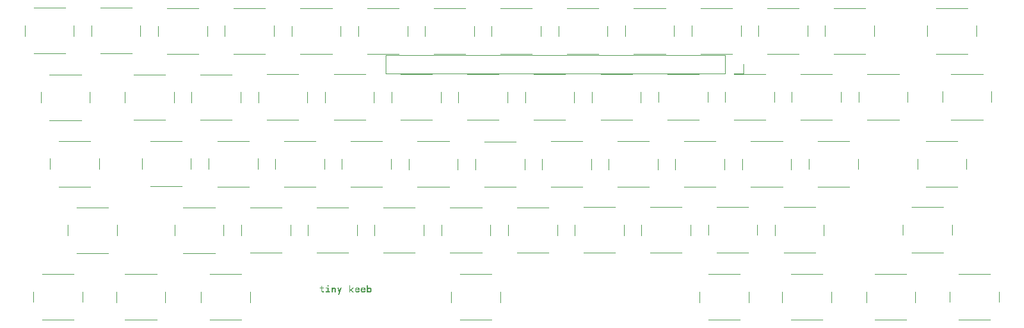
<source format=gbr>
%TF.GenerationSoftware,KiCad,Pcbnew,7.0.9*%
%TF.CreationDate,2024-12-03T23:44:49-05:00*%
%TF.ProjectId,tiny-keeb,74696e79-2d6b-4656-9562-2e6b69636164,rev?*%
%TF.SameCoordinates,Original*%
%TF.FileFunction,Legend,Top*%
%TF.FilePolarity,Positive*%
%FSLAX46Y46*%
G04 Gerber Fmt 4.6, Leading zero omitted, Abs format (unit mm)*
G04 Created by KiCad (PCBNEW 7.0.9) date 2024-12-03 23:44:49*
%MOMM*%
%LPD*%
G01*
G04 APERTURE LIST*
%ADD10C,0.200000*%
%ADD11C,0.120000*%
G04 APERTURE END LIST*
D10*
G36*
X65610625Y-92032000D02*
G01*
X65765475Y-92032000D01*
X65765475Y-91876417D01*
X65610625Y-91876417D01*
X65599595Y-91875897D01*
X65588973Y-91874367D01*
X65578802Y-91871870D01*
X65569123Y-91868448D01*
X65559977Y-91864145D01*
X65551407Y-91859003D01*
X65543454Y-91853065D01*
X65536161Y-91846375D01*
X65529569Y-91838975D01*
X65523721Y-91830907D01*
X65518657Y-91822216D01*
X65514420Y-91812944D01*
X65511051Y-91803134D01*
X65508594Y-91792829D01*
X65507088Y-91782071D01*
X65506577Y-91770904D01*
X65506577Y-91453144D01*
X65765475Y-91453144D01*
X65765475Y-91297317D01*
X65506577Y-91297317D01*
X65506577Y-91115356D01*
X65350995Y-91115356D01*
X65350995Y-91297317D01*
X65133863Y-91297317D01*
X65133863Y-91453144D01*
X65350995Y-91453144D01*
X65350995Y-91770904D01*
X65351333Y-91784374D01*
X65352338Y-91797664D01*
X65353992Y-91810757D01*
X65356280Y-91823636D01*
X65359185Y-91836287D01*
X65362690Y-91848692D01*
X65366778Y-91860835D01*
X65371435Y-91872700D01*
X65376642Y-91884271D01*
X65382384Y-91895532D01*
X65388643Y-91906466D01*
X65395405Y-91917057D01*
X65402651Y-91927290D01*
X65410367Y-91937148D01*
X65418534Y-91946615D01*
X65427137Y-91955674D01*
X65436160Y-91964309D01*
X65445585Y-91972505D01*
X65455397Y-91980244D01*
X65465579Y-91987512D01*
X65476114Y-91994291D01*
X65486986Y-92000566D01*
X65498179Y-92006320D01*
X65509676Y-92011537D01*
X65521461Y-92016200D01*
X65533517Y-92020295D01*
X65545827Y-92023804D01*
X65558376Y-92026711D01*
X65571147Y-92029000D01*
X65584123Y-92030656D01*
X65597287Y-92031661D01*
X65610625Y-92032000D01*
G37*
G36*
X66359718Y-91876417D02*
G01*
X66359718Y-91297317D01*
X65973081Y-91297317D01*
X65973081Y-91453144D01*
X66204135Y-91453144D01*
X66204135Y-91876417D01*
X65973081Y-91876417D01*
X65973081Y-92032000D01*
X66604693Y-92032000D01*
X66604693Y-91876417D01*
X66359718Y-91876417D01*
G37*
G36*
X66190213Y-91187408D02*
G01*
X66359718Y-91187408D01*
X66359718Y-91031581D01*
X66190213Y-91031581D01*
X66190213Y-91187408D01*
G37*
G36*
X66812300Y-91297317D02*
G01*
X66812300Y-92032000D01*
X66967882Y-92032000D01*
X66967882Y-91558168D01*
X67122244Y-91453144D01*
X67184281Y-91453144D01*
X67195070Y-91453677D01*
X67205512Y-91455242D01*
X67215560Y-91457792D01*
X67225165Y-91461276D01*
X67234280Y-91465647D01*
X67242855Y-91470854D01*
X67250843Y-91476849D01*
X67258195Y-91483583D01*
X67264863Y-91491006D01*
X67270799Y-91499071D01*
X67275954Y-91507727D01*
X67280280Y-91516926D01*
X67283729Y-91526618D01*
X67286252Y-91536756D01*
X67287802Y-91547289D01*
X67288329Y-91558168D01*
X67288329Y-92032000D01*
X67443912Y-92032000D01*
X67443912Y-91558168D01*
X67443569Y-91544742D01*
X67442552Y-91531491D01*
X67440879Y-91518434D01*
X67438566Y-91505587D01*
X67435631Y-91492965D01*
X67432091Y-91480585D01*
X67427963Y-91468463D01*
X67423265Y-91456617D01*
X67418014Y-91445062D01*
X67412227Y-91433814D01*
X67405922Y-91422890D01*
X67399115Y-91412307D01*
X67391824Y-91402080D01*
X67384066Y-91392226D01*
X67375859Y-91382762D01*
X67367219Y-91373704D01*
X67358165Y-91365068D01*
X67348712Y-91356870D01*
X67338879Y-91349127D01*
X67328683Y-91341856D01*
X67318141Y-91335072D01*
X67307270Y-91328793D01*
X67296088Y-91323033D01*
X67284612Y-91317811D01*
X67272858Y-91313141D01*
X67260845Y-91309041D01*
X67248590Y-91305527D01*
X67236110Y-91302615D01*
X67223421Y-91300322D01*
X67210542Y-91298663D01*
X67197490Y-91297656D01*
X67184281Y-91297317D01*
X67073884Y-91297317D01*
X66967882Y-91369124D01*
X66967882Y-91297317D01*
X66812300Y-91297317D01*
G37*
G36*
X67911148Y-92328999D02*
G01*
X68286549Y-91297317D01*
X68120220Y-91297317D01*
X67960729Y-91734512D01*
X67813451Y-91297317D01*
X67648343Y-91297317D01*
X67876466Y-91968496D01*
X67744819Y-92328999D01*
X67911148Y-92328999D01*
G37*
G36*
X69485538Y-92032000D02*
G01*
X69485538Y-91750143D01*
X69603751Y-91750143D01*
X69784491Y-92032000D01*
X69967917Y-92032000D01*
X69739062Y-91672230D01*
X69967673Y-91297317D01*
X69784247Y-91297317D01*
X69603507Y-91594316D01*
X69485538Y-91594316D01*
X69485538Y-91015949D01*
X69329955Y-91015949D01*
X69329955Y-92032000D01*
X69485538Y-92032000D01*
G37*
G36*
X70554107Y-91297635D02*
G01*
X70566895Y-91298579D01*
X70579505Y-91300135D01*
X70591921Y-91302287D01*
X70604129Y-91305021D01*
X70616115Y-91308321D01*
X70627862Y-91312174D01*
X70639356Y-91316563D01*
X70650583Y-91321474D01*
X70661527Y-91326892D01*
X70672174Y-91332802D01*
X70682509Y-91339190D01*
X70692517Y-91346040D01*
X70702182Y-91353338D01*
X70711492Y-91361068D01*
X70720429Y-91369216D01*
X70728981Y-91377767D01*
X70737131Y-91386706D01*
X70744865Y-91396018D01*
X70752168Y-91405688D01*
X70759025Y-91415701D01*
X70765421Y-91426043D01*
X70771342Y-91436698D01*
X70776773Y-91447652D01*
X70781699Y-91458890D01*
X70786104Y-91470396D01*
X70789975Y-91482157D01*
X70793296Y-91494156D01*
X70796052Y-91506380D01*
X70798229Y-91518813D01*
X70799812Y-91531440D01*
X70800785Y-91544247D01*
X70800785Y-91703737D01*
X70324756Y-91703737D01*
X70324756Y-91768706D01*
X70325286Y-91779723D01*
X70326843Y-91790392D01*
X70329378Y-91800663D01*
X70332843Y-91810487D01*
X70337187Y-91819812D01*
X70342363Y-91828589D01*
X70348321Y-91836768D01*
X70355012Y-91844299D01*
X70362386Y-91851131D01*
X70370396Y-91857215D01*
X70378992Y-91862500D01*
X70388126Y-91866937D01*
X70397747Y-91870475D01*
X70407807Y-91873064D01*
X70418257Y-91874654D01*
X70429048Y-91875196D01*
X70541155Y-91875196D01*
X70551943Y-91874654D01*
X70562386Y-91873064D01*
X70572434Y-91870475D01*
X70582039Y-91866937D01*
X70591154Y-91862500D01*
X70599729Y-91857215D01*
X70607717Y-91851131D01*
X70615069Y-91844299D01*
X70621737Y-91836768D01*
X70627673Y-91828589D01*
X70632828Y-91819812D01*
X70637154Y-91810487D01*
X70640603Y-91800663D01*
X70643126Y-91790392D01*
X70644675Y-91779723D01*
X70645203Y-91768706D01*
X70645203Y-91746724D01*
X70800785Y-91746724D01*
X70800785Y-91768706D01*
X70800447Y-91782118D01*
X70799442Y-91795370D01*
X70797787Y-91808444D01*
X70795500Y-91821322D01*
X70792595Y-91833988D01*
X70789090Y-91846424D01*
X70785001Y-91858612D01*
X70780345Y-91870536D01*
X70775138Y-91882177D01*
X70769396Y-91893519D01*
X70763136Y-91904543D01*
X70756375Y-91915233D01*
X70749128Y-91925571D01*
X70741413Y-91935540D01*
X70733246Y-91945122D01*
X70724643Y-91954300D01*
X70715620Y-91963056D01*
X70706195Y-91971374D01*
X70696383Y-91979235D01*
X70686201Y-91986623D01*
X70675666Y-91993520D01*
X70664794Y-91999908D01*
X70653601Y-92005771D01*
X70642104Y-92011090D01*
X70630319Y-92015849D01*
X70618263Y-92020029D01*
X70605953Y-92023614D01*
X70593404Y-92026587D01*
X70580633Y-92028929D01*
X70567657Y-92030623D01*
X70554492Y-92031652D01*
X70541155Y-92032000D01*
X70429048Y-92032000D01*
X70415817Y-92031652D01*
X70402744Y-92030623D01*
X70389845Y-92028929D01*
X70377139Y-92026587D01*
X70364641Y-92023614D01*
X70352370Y-92020029D01*
X70340343Y-92015849D01*
X70328576Y-92011090D01*
X70317087Y-92005771D01*
X70305894Y-91999908D01*
X70295013Y-91993520D01*
X70284461Y-91986623D01*
X70274257Y-91979235D01*
X70264416Y-91971374D01*
X70254957Y-91963056D01*
X70245896Y-91954300D01*
X70237251Y-91945122D01*
X70229039Y-91935540D01*
X70221277Y-91925571D01*
X70213983Y-91915233D01*
X70207173Y-91904543D01*
X70200865Y-91893519D01*
X70195076Y-91882177D01*
X70189823Y-91870536D01*
X70185124Y-91858612D01*
X70180995Y-91846424D01*
X70177455Y-91833988D01*
X70174519Y-91821322D01*
X70172206Y-91808444D01*
X70170533Y-91795370D01*
X70169516Y-91782118D01*
X70169173Y-91768706D01*
X70169173Y-91576242D01*
X70324756Y-91576242D01*
X70645203Y-91576242D01*
X70645203Y-91558657D01*
X70644689Y-91547490D01*
X70643176Y-91536732D01*
X70640707Y-91526427D01*
X70637326Y-91516617D01*
X70633074Y-91507344D01*
X70627995Y-91498653D01*
X70622132Y-91490586D01*
X70615527Y-91483186D01*
X70608224Y-91476495D01*
X70600266Y-91470558D01*
X70591695Y-91465416D01*
X70582554Y-91461112D01*
X70572887Y-91457691D01*
X70562736Y-91455193D01*
X70552145Y-91453663D01*
X70541155Y-91453144D01*
X70429048Y-91453144D01*
X70418055Y-91453677D01*
X70407456Y-91455243D01*
X70397293Y-91457795D01*
X70387610Y-91461284D01*
X70378451Y-91465662D01*
X70369860Y-91470880D01*
X70361879Y-91476890D01*
X70354554Y-91483644D01*
X70347926Y-91491093D01*
X70342041Y-91499190D01*
X70336941Y-91507886D01*
X70332671Y-91517132D01*
X70329274Y-91526880D01*
X70326793Y-91537083D01*
X70325272Y-91547691D01*
X70324756Y-91558657D01*
X70324756Y-91576242D01*
X70169173Y-91576242D01*
X70169173Y-91558657D01*
X70169516Y-91545186D01*
X70170533Y-91531894D01*
X70172206Y-91518798D01*
X70174519Y-91505914D01*
X70177455Y-91493258D01*
X70180995Y-91480847D01*
X70185124Y-91468696D01*
X70189823Y-91456823D01*
X70195076Y-91445243D01*
X70200865Y-91433973D01*
X70207173Y-91423028D01*
X70213983Y-91412426D01*
X70221277Y-91402182D01*
X70229039Y-91392313D01*
X70237251Y-91382836D01*
X70245896Y-91373765D01*
X70254957Y-91365118D01*
X70264416Y-91356911D01*
X70274257Y-91349160D01*
X70284461Y-91341882D01*
X70295013Y-91335092D01*
X70305894Y-91328807D01*
X70317087Y-91323044D01*
X70328576Y-91317818D01*
X70340343Y-91313146D01*
X70352370Y-91309044D01*
X70364641Y-91305529D01*
X70377139Y-91302616D01*
X70389845Y-91300322D01*
X70402744Y-91298663D01*
X70415817Y-91297656D01*
X70429048Y-91297317D01*
X70541155Y-91297317D01*
X70554107Y-91297635D01*
G37*
G36*
X71393325Y-91297635D02*
G01*
X71406114Y-91298579D01*
X71418723Y-91300135D01*
X71431140Y-91302287D01*
X71443348Y-91305021D01*
X71455333Y-91308321D01*
X71467080Y-91312174D01*
X71478574Y-91316563D01*
X71489801Y-91321474D01*
X71500745Y-91326892D01*
X71511392Y-91332802D01*
X71521727Y-91339190D01*
X71531735Y-91346040D01*
X71541401Y-91353338D01*
X71550710Y-91361068D01*
X71559648Y-91369216D01*
X71568199Y-91377767D01*
X71576349Y-91386706D01*
X71584083Y-91396018D01*
X71591386Y-91405688D01*
X71598243Y-91415701D01*
X71604640Y-91426043D01*
X71610561Y-91436698D01*
X71615992Y-91447652D01*
X71620917Y-91458890D01*
X71625323Y-91470396D01*
X71629193Y-91482157D01*
X71632514Y-91494156D01*
X71635271Y-91506380D01*
X71637447Y-91518813D01*
X71639030Y-91531440D01*
X71640004Y-91544247D01*
X71640004Y-91703737D01*
X71163974Y-91703737D01*
X71163974Y-91768706D01*
X71164504Y-91779723D01*
X71166061Y-91790392D01*
X71168597Y-91800663D01*
X71172061Y-91810487D01*
X71176406Y-91819812D01*
X71181581Y-91828589D01*
X71187539Y-91836768D01*
X71194230Y-91844299D01*
X71201605Y-91851131D01*
X71209615Y-91857215D01*
X71218211Y-91862500D01*
X71227344Y-91866937D01*
X71236965Y-91870475D01*
X71247025Y-91873064D01*
X71257475Y-91874654D01*
X71268266Y-91875196D01*
X71380374Y-91875196D01*
X71391162Y-91874654D01*
X71401604Y-91873064D01*
X71411652Y-91870475D01*
X71421258Y-91866937D01*
X71430372Y-91862500D01*
X71438947Y-91857215D01*
X71446935Y-91851131D01*
X71454288Y-91844299D01*
X71460956Y-91836768D01*
X71466891Y-91828589D01*
X71472046Y-91819812D01*
X71476372Y-91810487D01*
X71479821Y-91800663D01*
X71482344Y-91790392D01*
X71483894Y-91779723D01*
X71484421Y-91768706D01*
X71484421Y-91746724D01*
X71640004Y-91746724D01*
X71640004Y-91768706D01*
X71639665Y-91782118D01*
X71638660Y-91795370D01*
X71637006Y-91808444D01*
X71634718Y-91821322D01*
X71631814Y-91833988D01*
X71628309Y-91846424D01*
X71624220Y-91858612D01*
X71619564Y-91870536D01*
X71614356Y-91882177D01*
X71608615Y-91893519D01*
X71602355Y-91904543D01*
X71595593Y-91915233D01*
X71588347Y-91925571D01*
X71580632Y-91935540D01*
X71572464Y-91945122D01*
X71563861Y-91954300D01*
X71554838Y-91963056D01*
X71545413Y-91971374D01*
X71535601Y-91979235D01*
X71525419Y-91986623D01*
X71514884Y-91993520D01*
X71504012Y-91999908D01*
X71492819Y-92005771D01*
X71481322Y-92011090D01*
X71469538Y-92015849D01*
X71457482Y-92020029D01*
X71445171Y-92023614D01*
X71432622Y-92026587D01*
X71419852Y-92028929D01*
X71406876Y-92030623D01*
X71393711Y-92031652D01*
X71380374Y-92032000D01*
X71268266Y-92032000D01*
X71255035Y-92031652D01*
X71241962Y-92030623D01*
X71229064Y-92028929D01*
X71216357Y-92026587D01*
X71203860Y-92023614D01*
X71191589Y-92020029D01*
X71179561Y-92015849D01*
X71167794Y-92011090D01*
X71156306Y-92005771D01*
X71145112Y-91999908D01*
X71134231Y-91993520D01*
X71123680Y-91986623D01*
X71113475Y-91979235D01*
X71103634Y-91971374D01*
X71094175Y-91963056D01*
X71085114Y-91954300D01*
X71076469Y-91945122D01*
X71068257Y-91935540D01*
X71060496Y-91925571D01*
X71053201Y-91915233D01*
X71046391Y-91904543D01*
X71040083Y-91893519D01*
X71034294Y-91882177D01*
X71029042Y-91870536D01*
X71024342Y-91858612D01*
X71020214Y-91846424D01*
X71016673Y-91833988D01*
X71013738Y-91821322D01*
X71011425Y-91808444D01*
X71009751Y-91795370D01*
X71008734Y-91782118D01*
X71008392Y-91768706D01*
X71008392Y-91576242D01*
X71163974Y-91576242D01*
X71484421Y-91576242D01*
X71484421Y-91558657D01*
X71483907Y-91547490D01*
X71482395Y-91536732D01*
X71479926Y-91526427D01*
X71476544Y-91516617D01*
X71472292Y-91507344D01*
X71467213Y-91498653D01*
X71461350Y-91490586D01*
X71454745Y-91483186D01*
X71447443Y-91476495D01*
X71439484Y-91470558D01*
X71430913Y-91465416D01*
X71421773Y-91461112D01*
X71412106Y-91457691D01*
X71401955Y-91455193D01*
X71391363Y-91453663D01*
X71380374Y-91453144D01*
X71268266Y-91453144D01*
X71257274Y-91453677D01*
X71246674Y-91455243D01*
X71236512Y-91457795D01*
X71226829Y-91461284D01*
X71217670Y-91465662D01*
X71209078Y-91470880D01*
X71201098Y-91476890D01*
X71193772Y-91483644D01*
X71187145Y-91491093D01*
X71181259Y-91499190D01*
X71176160Y-91507886D01*
X71171889Y-91517132D01*
X71168492Y-91526880D01*
X71166011Y-91537083D01*
X71164491Y-91547691D01*
X71163974Y-91558657D01*
X71163974Y-91576242D01*
X71008392Y-91576242D01*
X71008392Y-91558657D01*
X71008734Y-91545186D01*
X71009751Y-91531894D01*
X71011425Y-91518798D01*
X71013738Y-91505914D01*
X71016673Y-91493258D01*
X71020214Y-91480847D01*
X71024342Y-91468696D01*
X71029042Y-91456823D01*
X71034294Y-91445243D01*
X71040083Y-91433973D01*
X71046391Y-91423028D01*
X71053201Y-91412426D01*
X71060496Y-91402182D01*
X71068257Y-91392313D01*
X71076469Y-91382836D01*
X71085114Y-91373765D01*
X71094175Y-91365118D01*
X71103634Y-91356911D01*
X71113475Y-91349160D01*
X71123680Y-91341882D01*
X71134231Y-91335092D01*
X71145112Y-91328807D01*
X71156306Y-91323044D01*
X71167794Y-91317818D01*
X71179561Y-91313146D01*
X71191589Y-91309044D01*
X71203860Y-91305529D01*
X71216357Y-91302616D01*
X71229064Y-91300322D01*
X71241962Y-91298663D01*
X71255035Y-91297656D01*
X71268266Y-91297317D01*
X71380374Y-91297317D01*
X71393325Y-91297635D01*
G37*
G36*
X72003193Y-91369124D02*
G01*
X72109194Y-91297317D01*
X72219592Y-91297317D01*
X72232800Y-91297656D01*
X72245853Y-91298663D01*
X72258732Y-91300322D01*
X72271420Y-91302616D01*
X72283901Y-91305529D01*
X72296156Y-91309044D01*
X72308169Y-91313146D01*
X72319922Y-91317818D01*
X72331399Y-91323044D01*
X72342581Y-91328807D01*
X72353452Y-91335092D01*
X72363994Y-91341882D01*
X72374190Y-91349160D01*
X72384023Y-91356911D01*
X72393475Y-91365118D01*
X72402530Y-91373765D01*
X72411169Y-91382836D01*
X72419377Y-91392313D01*
X72427135Y-91402182D01*
X72434425Y-91412426D01*
X72441232Y-91423028D01*
X72447538Y-91433973D01*
X72453325Y-91445243D01*
X72458576Y-91456823D01*
X72463274Y-91468696D01*
X72467401Y-91480847D01*
X72470941Y-91493258D01*
X72473876Y-91505914D01*
X72476189Y-91518798D01*
X72477863Y-91531894D01*
X72478879Y-91545186D01*
X72479222Y-91558657D01*
X72479222Y-91770904D01*
X72478879Y-91784245D01*
X72477863Y-91797423D01*
X72476189Y-91810418D01*
X72473876Y-91823216D01*
X72470941Y-91835798D01*
X72467401Y-91848147D01*
X72463274Y-91860248D01*
X72458576Y-91872081D01*
X72453325Y-91883632D01*
X72447538Y-91894882D01*
X72441232Y-91905815D01*
X72434425Y-91916413D01*
X72427135Y-91926661D01*
X72419377Y-91936539D01*
X72411169Y-91946033D01*
X72402530Y-91955124D01*
X72393475Y-91963796D01*
X72384023Y-91972031D01*
X72374190Y-91979814D01*
X72363994Y-91987126D01*
X72353452Y-91993950D01*
X72342581Y-92000271D01*
X72331399Y-92006070D01*
X72319922Y-92011330D01*
X72308169Y-92016036D01*
X72296156Y-92020169D01*
X72283901Y-92023713D01*
X72271420Y-92026651D01*
X72258732Y-92028965D01*
X72245853Y-92030640D01*
X72232800Y-92031657D01*
X72219592Y-92032000D01*
X72109194Y-92032000D01*
X72003193Y-91960436D01*
X72003193Y-92032000D01*
X71847610Y-92032000D01*
X71847610Y-91771148D01*
X72003193Y-91771148D01*
X72157554Y-91876417D01*
X72219592Y-91876417D01*
X72230380Y-91875881D01*
X72240822Y-91874307D01*
X72250870Y-91871745D01*
X72260476Y-91868242D01*
X72269590Y-91863850D01*
X72278166Y-91858617D01*
X72286154Y-91852592D01*
X72293506Y-91845825D01*
X72300174Y-91838366D01*
X72306110Y-91830263D01*
X72311265Y-91821567D01*
X72315591Y-91812326D01*
X72319040Y-91802590D01*
X72321563Y-91792408D01*
X72323112Y-91781829D01*
X72323639Y-91770904D01*
X72323639Y-91558657D01*
X72323112Y-91547691D01*
X72321563Y-91537083D01*
X72319040Y-91526880D01*
X72315591Y-91517132D01*
X72311265Y-91507886D01*
X72306110Y-91499190D01*
X72300174Y-91491093D01*
X72293506Y-91483644D01*
X72286154Y-91476890D01*
X72278166Y-91470880D01*
X72269590Y-91465662D01*
X72260476Y-91461284D01*
X72250870Y-91457795D01*
X72240822Y-91455243D01*
X72230380Y-91453677D01*
X72219592Y-91453144D01*
X72157554Y-91453144D01*
X72003193Y-91558413D01*
X72003193Y-91771148D01*
X71847610Y-91771148D01*
X71847610Y-91015949D01*
X72003193Y-91015949D01*
X72003193Y-91369124D01*
G37*
D11*
%TO.C,SW66*%
X149987000Y-93410000D02*
X149987000Y-91910000D01*
X148737000Y-89410000D02*
X144237000Y-89410000D01*
X144237000Y-95910000D02*
X148737000Y-95910000D01*
X142987000Y-91910000D02*
X142987000Y-93410000D01*
%TO.C,SW67*%
X144136000Y-55429000D02*
X144136000Y-53929000D01*
X142886000Y-51429000D02*
X138386000Y-51429000D01*
X138386000Y-57929000D02*
X142886000Y-57929000D01*
X137136000Y-53929000D02*
X137136000Y-55429000D01*
%TO.C,SW61*%
X125126000Y-55440000D02*
X125126000Y-53940000D01*
X123876000Y-51440000D02*
X119376000Y-51440000D01*
X119376000Y-57940000D02*
X123876000Y-57940000D01*
X118126000Y-53940000D02*
X118126000Y-55440000D01*
%TO.C,SW19*%
X58624000Y-55441000D02*
X58624000Y-53941000D01*
X57374000Y-51441000D02*
X52874000Y-51441000D01*
X52874000Y-57941000D02*
X57374000Y-57941000D01*
X51624000Y-53941000D02*
X51624000Y-55441000D01*
%TO.C,SW17*%
X55218000Y-93407000D02*
X55218000Y-91907000D01*
X53968000Y-89407000D02*
X49468000Y-89407000D01*
X49468000Y-95907000D02*
X53968000Y-95907000D01*
X48218000Y-91907000D02*
X48218000Y-93407000D01*
%TO.C,SW41*%
X90850000Y-93409000D02*
X90850000Y-91909000D01*
X89600000Y-89409000D02*
X85100000Y-89409000D01*
X85100000Y-95909000D02*
X89600000Y-95909000D01*
X83850000Y-91909000D02*
X83850000Y-93409000D01*
%TO.C,SW12*%
X43143000Y-93411000D02*
X43143000Y-91911000D01*
X41893000Y-89411000D02*
X37393000Y-89411000D01*
X37393000Y-95911000D02*
X41893000Y-95911000D01*
X36143000Y-91911000D02*
X36143000Y-93411000D01*
%TO.C,SW1*%
X161916000Y-93396000D02*
X161916000Y-91896000D01*
X160666000Y-89396000D02*
X156166000Y-89396000D01*
X156166000Y-95896000D02*
X160666000Y-95896000D01*
X154916000Y-91896000D02*
X154916000Y-93396000D01*
%TO.C,SW6*%
X31362000Y-93382000D02*
X31362000Y-91882000D01*
X30112000Y-89382000D02*
X25612000Y-89382000D01*
X25612000Y-95882000D02*
X30112000Y-95882000D01*
X24362000Y-91882000D02*
X24362000Y-93382000D01*
%TO.C,SW59*%
X126260000Y-93411000D02*
X126260000Y-91911000D01*
X125010000Y-89411000D02*
X120510000Y-89411000D01*
X120510000Y-95911000D02*
X125010000Y-95911000D01*
X119260000Y-91911000D02*
X119260000Y-93411000D01*
%TO.C,SW65*%
X137994000Y-93408000D02*
X137994000Y-91908000D01*
X136744000Y-89408000D02*
X132244000Y-89408000D01*
X132244000Y-95908000D02*
X136744000Y-95908000D01*
X130994000Y-91908000D02*
X130994000Y-93408000D01*
%TO.C,SW38*%
X94384000Y-63377000D02*
X94384000Y-64877000D01*
X95634000Y-67377000D02*
X100134000Y-67377000D01*
X100134000Y-60877000D02*
X95634000Y-60877000D01*
X101384000Y-64877000D02*
X101384000Y-63377000D01*
%TO.C,SW50*%
X113391000Y-63370000D02*
X113391000Y-64870000D01*
X114641000Y-67370000D02*
X119141000Y-67370000D01*
X119141000Y-60870000D02*
X114641000Y-60870000D01*
X120391000Y-64870000D02*
X120391000Y-63370000D01*
%TO.C,SW73*%
X153829000Y-63346000D02*
X153829000Y-64846000D01*
X155079000Y-67346000D02*
X159579000Y-67346000D01*
X159579000Y-60846000D02*
X155079000Y-60846000D01*
X160829000Y-64846000D02*
X160829000Y-63346000D01*
%TO.C,SW32*%
X84883000Y-63379000D02*
X84883000Y-64879000D01*
X86133000Y-67379000D02*
X90633000Y-67379000D01*
X90633000Y-60879000D02*
X86133000Y-60879000D01*
X91883000Y-64879000D02*
X91883000Y-63379000D01*
%TO.C,SW14*%
X56375000Y-63392000D02*
X56375000Y-64892000D01*
X57625000Y-67392000D02*
X62125000Y-67392000D01*
X62125000Y-60892000D02*
X57625000Y-60892000D01*
X63375000Y-64892000D02*
X63375000Y-63392000D01*
%TO.C,SW20*%
X65877000Y-63387000D02*
X65877000Y-64887000D01*
X67127000Y-67387000D02*
X71627000Y-67387000D01*
X71627000Y-60887000D02*
X67127000Y-60887000D01*
X72877000Y-64887000D02*
X72877000Y-63387000D01*
%TO.C,SW35*%
X141900000Y-63351000D02*
X141900000Y-64851000D01*
X143150000Y-67351000D02*
X147650000Y-67351000D01*
X147650000Y-60851000D02*
X143150000Y-60851000D01*
X148900000Y-64851000D02*
X148900000Y-63351000D01*
%TO.C,SW7*%
X37363000Y-63409000D02*
X37363000Y-64909000D01*
X38613000Y-67409000D02*
X43113000Y-67409000D01*
X43113000Y-60909000D02*
X38613000Y-60909000D01*
X44363000Y-64909000D02*
X44363000Y-63409000D01*
%TO.C,SW3*%
X25389000Y-63412000D02*
X25389000Y-64912000D01*
X26639000Y-67412000D02*
X31139000Y-67412000D01*
X31139000Y-60912000D02*
X26639000Y-60912000D01*
X32389000Y-64912000D02*
X32389000Y-63412000D01*
%TO.C,SW56*%
X122891000Y-63367000D02*
X122891000Y-64867000D01*
X124141000Y-67367000D02*
X128641000Y-67367000D01*
X128641000Y-60867000D02*
X124141000Y-60867000D01*
X129891000Y-64867000D02*
X129891000Y-63367000D01*
%TO.C,SW26*%
X75380000Y-63384000D02*
X75380000Y-64884000D01*
X76630000Y-67384000D02*
X81130000Y-67384000D01*
X81130000Y-60884000D02*
X76630000Y-60884000D01*
X82380000Y-64884000D02*
X82380000Y-63384000D01*
%TO.C,SW62*%
X132395000Y-63360000D02*
X132395000Y-64860000D01*
X133645000Y-67360000D02*
X138145000Y-67360000D01*
X138145000Y-60860000D02*
X133645000Y-60860000D01*
X139395000Y-64860000D02*
X139395000Y-63360000D01*
%TO.C,SW9*%
X46868000Y-63400000D02*
X46868000Y-64900000D01*
X48118000Y-67400000D02*
X52618000Y-67400000D01*
X52618000Y-60900000D02*
X48118000Y-60900000D01*
X53868000Y-64900000D02*
X53868000Y-63400000D01*
%TO.C,SW44*%
X103887000Y-63375000D02*
X103887000Y-64875000D01*
X105137000Y-67375000D02*
X109637000Y-67375000D01*
X109637000Y-60875000D02*
X105137000Y-60875000D01*
X110887000Y-64875000D02*
X110887000Y-63375000D01*
%TO.C,SW43*%
X96629000Y-55460000D02*
X96629000Y-53960000D01*
X95379000Y-51460000D02*
X90879000Y-51460000D01*
X90879000Y-57960000D02*
X95379000Y-57960000D01*
X89629000Y-53960000D02*
X89629000Y-55460000D01*
%TO.C,SW31*%
X77631000Y-55454000D02*
X77631000Y-53954000D01*
X76381000Y-51454000D02*
X71881000Y-51454000D01*
X71881000Y-57954000D02*
X76381000Y-57954000D01*
X70631000Y-53954000D02*
X70631000Y-55454000D01*
%TO.C,SW25*%
X68118000Y-55452000D02*
X68118000Y-53952000D01*
X66868000Y-51452000D02*
X62368000Y-51452000D01*
X62368000Y-57952000D02*
X66868000Y-57952000D01*
X61118000Y-53952000D02*
X61118000Y-55452000D01*
%TO.C,SW13*%
X49108000Y-55453000D02*
X49108000Y-53953000D01*
X47858000Y-51453000D02*
X43358000Y-51453000D01*
X43358000Y-57953000D02*
X47858000Y-57953000D01*
X42108000Y-53953000D02*
X42108000Y-55453000D01*
%TO.C,SW49*%
X106128000Y-55462000D02*
X106128000Y-53962000D01*
X104878000Y-51462000D02*
X100378000Y-51462000D01*
X100378000Y-57962000D02*
X104878000Y-57962000D01*
X99128000Y-53962000D02*
X99128000Y-55462000D01*
%TO.C,SW55*%
X115620000Y-55448000D02*
X115620000Y-53948000D01*
X114370000Y-51448000D02*
X109870000Y-51448000D01*
X109870000Y-57948000D02*
X114370000Y-57948000D01*
X108620000Y-53948000D02*
X108620000Y-55448000D01*
%TO.C,SW37*%
X87121000Y-55452000D02*
X87121000Y-53952000D01*
X85871000Y-51452000D02*
X81371000Y-51452000D01*
X81371000Y-57952000D02*
X85871000Y-57952000D01*
X80121000Y-53952000D02*
X80121000Y-55452000D01*
%TO.C,SW72*%
X158647000Y-55430000D02*
X158647000Y-53930000D01*
X157397000Y-51430000D02*
X152897000Y-51430000D01*
X152897000Y-57930000D02*
X157397000Y-57930000D01*
X151647000Y-53930000D02*
X151647000Y-55430000D01*
%TO.C,SW2*%
X30114000Y-55405000D02*
X30114000Y-53905000D01*
X28864000Y-51405000D02*
X24364000Y-51405000D01*
X24364000Y-57905000D02*
X28864000Y-57905000D01*
X23114000Y-53905000D02*
X23114000Y-55405000D01*
%TO.C,SW29*%
X134629000Y-55432000D02*
X134629000Y-53932000D01*
X133379000Y-51432000D02*
X128879000Y-51432000D01*
X128879000Y-57932000D02*
X133379000Y-57932000D01*
X127629000Y-53932000D02*
X127629000Y-55432000D01*
%TO.C,SW8*%
X39601000Y-55408000D02*
X39601000Y-53908000D01*
X38351000Y-51408000D02*
X33851000Y-51408000D01*
X33851000Y-57908000D02*
X38351000Y-57908000D01*
X32601000Y-53908000D02*
X32601000Y-55408000D01*
%TO.C,SW39*%
X94299000Y-74461000D02*
X94299000Y-72961000D01*
X93049000Y-70461000D02*
X88549000Y-70461000D01*
X88549000Y-76961000D02*
X93049000Y-76961000D01*
X87299000Y-72961000D02*
X87299000Y-74461000D01*
%TO.C,SW45*%
X103799000Y-74453000D02*
X103799000Y-72953000D01*
X102549000Y-70453000D02*
X98049000Y-70453000D01*
X98049000Y-76953000D02*
X102549000Y-76953000D01*
X96799000Y-72953000D02*
X96799000Y-74453000D01*
%TO.C,SW33*%
X84796000Y-74444000D02*
X84796000Y-72944000D01*
X83546000Y-70444000D02*
X79046000Y-70444000D01*
X79046000Y-76944000D02*
X83546000Y-76944000D01*
X77796000Y-72944000D02*
X77796000Y-74444000D01*
%TO.C,SW27*%
X75292000Y-74434000D02*
X75292000Y-72934000D01*
X74042000Y-70434000D02*
X69542000Y-70434000D01*
X69542000Y-76934000D02*
X74042000Y-76934000D01*
X68292000Y-72934000D02*
X68292000Y-74434000D01*
%TO.C,SW51*%
X113299000Y-74453000D02*
X113299000Y-72953000D01*
X112049000Y-70453000D02*
X107549000Y-70453000D01*
X107549000Y-76953000D02*
X112049000Y-76953000D01*
X106299000Y-72953000D02*
X106299000Y-74453000D01*
%TO.C,SW15*%
X56288000Y-74409000D02*
X56288000Y-72909000D01*
X55038000Y-70409000D02*
X50538000Y-70409000D01*
X50538000Y-76909000D02*
X55038000Y-76909000D01*
X49288000Y-72909000D02*
X49288000Y-74409000D01*
%TO.C,SW63*%
X132305000Y-74442000D02*
X132305000Y-72942000D01*
X131055000Y-70442000D02*
X126555000Y-70442000D01*
X126555000Y-76942000D02*
X131055000Y-76942000D01*
X125305000Y-72942000D02*
X125305000Y-74442000D01*
%TO.C,SW4*%
X33707000Y-74400000D02*
X33707000Y-72900000D01*
X32457000Y-70400000D02*
X27957000Y-70400000D01*
X27957000Y-76900000D02*
X32457000Y-76900000D01*
X26707000Y-72900000D02*
X26707000Y-74400000D01*
%TO.C,SW18*%
X141808000Y-74438000D02*
X141808000Y-72938000D01*
X140558000Y-70438000D02*
X136058000Y-70438000D01*
X136058000Y-76938000D02*
X140558000Y-76938000D01*
X134808000Y-72938000D02*
X134808000Y-74438000D01*
%TO.C,SW74*%
X157270000Y-74420000D02*
X157270000Y-72920000D01*
X156020000Y-70420000D02*
X151520000Y-70420000D01*
X151520000Y-76920000D02*
X156020000Y-76920000D01*
X150270000Y-72920000D02*
X150270000Y-74420000D01*
%TO.C,SW21*%
X65790000Y-74420000D02*
X65790000Y-72920000D01*
X64540000Y-70420000D02*
X60040000Y-70420000D01*
X60040000Y-76920000D02*
X64540000Y-76920000D01*
X58790000Y-72920000D02*
X58790000Y-74420000D01*
%TO.C,SW10*%
X46777000Y-74392000D02*
X46777000Y-72892000D01*
X45527000Y-70392000D02*
X41027000Y-70392000D01*
X41027000Y-76892000D02*
X45527000Y-76892000D01*
X39777000Y-72892000D02*
X39777000Y-74392000D01*
%TO.C,SW57*%
X122803000Y-74447000D02*
X122803000Y-72947000D01*
X121553000Y-70447000D02*
X117053000Y-70447000D01*
X117053000Y-76947000D02*
X121553000Y-76947000D01*
X115803000Y-72947000D02*
X115803000Y-74447000D01*
%TO.C,SW40*%
X108460000Y-83852000D02*
X108460000Y-82352000D01*
X107210000Y-79852000D02*
X102710000Y-79852000D01*
X102710000Y-86352000D02*
X107210000Y-86352000D01*
X101460000Y-82352000D02*
X101460000Y-83852000D01*
%TO.C,SW24*%
X136968000Y-83840000D02*
X136968000Y-82340000D01*
X135718000Y-79840000D02*
X131218000Y-79840000D01*
X131218000Y-86340000D02*
X135718000Y-86340000D01*
X129968000Y-82340000D02*
X129968000Y-83840000D01*
%TO.C,SW58*%
X155202000Y-83832000D02*
X155202000Y-82332000D01*
X153952000Y-79832000D02*
X149452000Y-79832000D01*
X149452000Y-86332000D02*
X153952000Y-86332000D01*
X148202000Y-82332000D02*
X148202000Y-83832000D01*
%TO.C,SW16*%
X70455000Y-83871000D02*
X70455000Y-82371000D01*
X69205000Y-79871000D02*
X64705000Y-79871000D01*
X64705000Y-86371000D02*
X69205000Y-86371000D01*
X63455000Y-82371000D02*
X63455000Y-83871000D01*
%TO.C,SW22*%
X79955000Y-83869000D02*
X79955000Y-82369000D01*
X78705000Y-79869000D02*
X74205000Y-79869000D01*
X74205000Y-86369000D02*
X78705000Y-86369000D01*
X72955000Y-82369000D02*
X72955000Y-83869000D01*
%TO.C,SW28*%
X89456000Y-83869000D02*
X89456000Y-82369000D01*
X88206000Y-79869000D02*
X83706000Y-79869000D01*
X83706000Y-86369000D02*
X88206000Y-86369000D01*
X82456000Y-82369000D02*
X82456000Y-83869000D01*
%TO.C,SW23*%
X51447000Y-83882000D02*
X51447000Y-82382000D01*
X50197000Y-79882000D02*
X45697000Y-79882000D01*
X45697000Y-86382000D02*
X50197000Y-86382000D01*
X44447000Y-82382000D02*
X44447000Y-83882000D01*
%TO.C,SW52*%
X127467000Y-83835000D02*
X127467000Y-82335000D01*
X126217000Y-79835000D02*
X121717000Y-79835000D01*
X121717000Y-86335000D02*
X126217000Y-86335000D01*
X120467000Y-82335000D02*
X120467000Y-83835000D01*
%TO.C,SW34*%
X98958000Y-83858000D02*
X98958000Y-82358000D01*
X97708000Y-79858000D02*
X93208000Y-79858000D01*
X93208000Y-86358000D02*
X97708000Y-86358000D01*
X91958000Y-82358000D02*
X91958000Y-83858000D01*
%TO.C,SW5*%
X36252000Y-83884000D02*
X36252000Y-82384000D01*
X35002000Y-79884000D02*
X30502000Y-79884000D01*
X30502000Y-86384000D02*
X35002000Y-86384000D01*
X29252000Y-82384000D02*
X29252000Y-83884000D01*
%TO.C,SW46*%
X117965000Y-83844000D02*
X117965000Y-82344000D01*
X116715000Y-79844000D02*
X112215000Y-79844000D01*
X112215000Y-86344000D02*
X116715000Y-86344000D01*
X110965000Y-82344000D02*
X110965000Y-83844000D01*
%TO.C,SW11*%
X60948000Y-83876000D02*
X60948000Y-82376000D01*
X59698000Y-79876000D02*
X55198000Y-79876000D01*
X55198000Y-86376000D02*
X59698000Y-86376000D01*
X53948000Y-82376000D02*
X53948000Y-83876000D01*
%TO.C,J2*%
X122891000Y-58105000D02*
X74571000Y-58105000D01*
X122891000Y-58105000D02*
X122891000Y-60765000D01*
X74571000Y-58105000D02*
X74571000Y-60765000D01*
X125491000Y-59435000D02*
X125491000Y-60765000D01*
X125491000Y-60765000D02*
X124161000Y-60765000D01*
X122891000Y-60765000D02*
X74571000Y-60765000D01*
%TD*%
M02*

</source>
